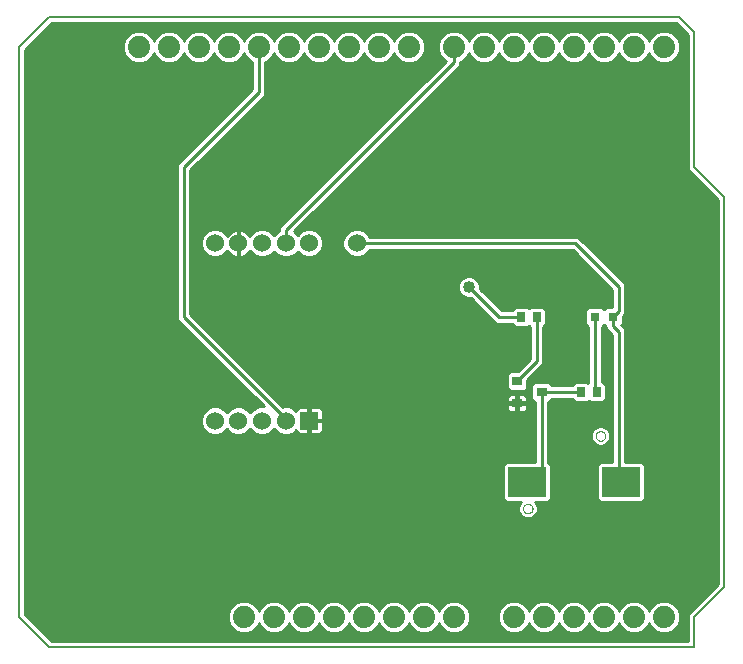
<source format=gtl>
G75*
%MOIN*%
%OFA0B0*%
%FSLAX25Y25*%
%IPPOS*%
%LPD*%
%AMOC8*
5,1,8,0,0,1.08239X$1,22.5*
%
%ADD10C,0.00800*%
%ADD11C,0.07400*%
%ADD12R,0.03150X0.03150*%
%ADD13R,0.03543X0.03150*%
%ADD14R,0.02756X0.03543*%
%ADD15R,0.12598X0.09843*%
%ADD16C,0.00000*%
%ADD17R,0.06000X0.06000*%
%ADD18C,0.06000*%
%ADD19C,0.01000*%
%ADD20C,0.04000*%
D10*
X0483333Y0011500D02*
X0483333Y0201500D01*
X0493333Y0211500D01*
X0703333Y0211500D01*
X0708333Y0206500D01*
X0708333Y0161500D01*
X0718333Y0151500D01*
X0718333Y0021500D01*
X0708333Y0011500D01*
X0708333Y0001500D01*
X0493333Y0001500D01*
X0483333Y0011500D01*
D11*
X0558333Y0011500D03*
X0568333Y0011500D03*
X0578333Y0011500D03*
X0588333Y0011500D03*
X0598333Y0011500D03*
X0608333Y0011500D03*
X0618333Y0011500D03*
X0628333Y0011500D03*
X0648333Y0011500D03*
X0658333Y0011500D03*
X0668333Y0011500D03*
X0678333Y0011500D03*
X0688333Y0011500D03*
X0698333Y0011500D03*
X0698333Y0201500D03*
X0688333Y0201500D03*
X0678333Y0201500D03*
X0668333Y0201500D03*
X0658333Y0201500D03*
X0648333Y0201500D03*
X0638333Y0201500D03*
X0628333Y0201500D03*
X0613333Y0201500D03*
X0603333Y0201500D03*
X0593333Y0201500D03*
X0583333Y0201500D03*
X0573333Y0201500D03*
X0563333Y0201500D03*
X0553333Y0201500D03*
X0543333Y0201500D03*
X0533333Y0201500D03*
X0523333Y0201500D03*
D12*
X0675381Y0111500D03*
X0681286Y0111500D03*
D13*
X0649396Y0090240D03*
X0657664Y0086500D03*
X0649396Y0082760D03*
D14*
X0670774Y0086500D03*
X0675892Y0086500D03*
X0655892Y0111500D03*
X0650774Y0111500D03*
D15*
X0652585Y0056500D03*
X0684081Y0056500D03*
D16*
X0675617Y0071854D02*
X0675619Y0071933D01*
X0675625Y0072012D01*
X0675635Y0072091D01*
X0675649Y0072169D01*
X0675666Y0072246D01*
X0675688Y0072322D01*
X0675713Y0072397D01*
X0675743Y0072470D01*
X0675775Y0072542D01*
X0675812Y0072613D01*
X0675852Y0072681D01*
X0675895Y0072747D01*
X0675941Y0072811D01*
X0675991Y0072873D01*
X0676044Y0072932D01*
X0676099Y0072988D01*
X0676158Y0073042D01*
X0676219Y0073092D01*
X0676282Y0073140D01*
X0676348Y0073184D01*
X0676416Y0073225D01*
X0676486Y0073262D01*
X0676557Y0073296D01*
X0676631Y0073326D01*
X0676705Y0073352D01*
X0676781Y0073374D01*
X0676858Y0073393D01*
X0676936Y0073408D01*
X0677014Y0073419D01*
X0677093Y0073426D01*
X0677172Y0073429D01*
X0677251Y0073428D01*
X0677330Y0073423D01*
X0677409Y0073414D01*
X0677487Y0073401D01*
X0677564Y0073384D01*
X0677641Y0073364D01*
X0677716Y0073339D01*
X0677790Y0073311D01*
X0677863Y0073279D01*
X0677933Y0073244D01*
X0678002Y0073205D01*
X0678069Y0073162D01*
X0678134Y0073116D01*
X0678196Y0073068D01*
X0678256Y0073016D01*
X0678313Y0072961D01*
X0678367Y0072903D01*
X0678418Y0072843D01*
X0678466Y0072780D01*
X0678511Y0072715D01*
X0678553Y0072647D01*
X0678591Y0072578D01*
X0678625Y0072507D01*
X0678656Y0072434D01*
X0678684Y0072359D01*
X0678707Y0072284D01*
X0678727Y0072207D01*
X0678743Y0072130D01*
X0678755Y0072051D01*
X0678763Y0071973D01*
X0678767Y0071894D01*
X0678767Y0071814D01*
X0678763Y0071735D01*
X0678755Y0071657D01*
X0678743Y0071578D01*
X0678727Y0071501D01*
X0678707Y0071424D01*
X0678684Y0071349D01*
X0678656Y0071274D01*
X0678625Y0071201D01*
X0678591Y0071130D01*
X0678553Y0071061D01*
X0678511Y0070993D01*
X0678466Y0070928D01*
X0678418Y0070865D01*
X0678367Y0070805D01*
X0678313Y0070747D01*
X0678256Y0070692D01*
X0678196Y0070640D01*
X0678134Y0070592D01*
X0678069Y0070546D01*
X0678002Y0070503D01*
X0677933Y0070464D01*
X0677863Y0070429D01*
X0677790Y0070397D01*
X0677716Y0070369D01*
X0677641Y0070344D01*
X0677564Y0070324D01*
X0677487Y0070307D01*
X0677409Y0070294D01*
X0677330Y0070285D01*
X0677251Y0070280D01*
X0677172Y0070279D01*
X0677093Y0070282D01*
X0677014Y0070289D01*
X0676936Y0070300D01*
X0676858Y0070315D01*
X0676781Y0070334D01*
X0676705Y0070356D01*
X0676631Y0070382D01*
X0676557Y0070412D01*
X0676486Y0070446D01*
X0676416Y0070483D01*
X0676348Y0070524D01*
X0676282Y0070568D01*
X0676219Y0070616D01*
X0676158Y0070666D01*
X0676099Y0070720D01*
X0676044Y0070776D01*
X0675991Y0070835D01*
X0675941Y0070897D01*
X0675895Y0070961D01*
X0675852Y0071027D01*
X0675812Y0071095D01*
X0675775Y0071166D01*
X0675743Y0071238D01*
X0675713Y0071311D01*
X0675688Y0071386D01*
X0675666Y0071462D01*
X0675649Y0071539D01*
X0675635Y0071617D01*
X0675625Y0071696D01*
X0675619Y0071775D01*
X0675617Y0071854D01*
X0651404Y0047642D02*
X0651406Y0047721D01*
X0651412Y0047800D01*
X0651422Y0047879D01*
X0651436Y0047957D01*
X0651453Y0048034D01*
X0651475Y0048110D01*
X0651500Y0048185D01*
X0651530Y0048258D01*
X0651562Y0048330D01*
X0651599Y0048401D01*
X0651639Y0048469D01*
X0651682Y0048535D01*
X0651728Y0048599D01*
X0651778Y0048661D01*
X0651831Y0048720D01*
X0651886Y0048776D01*
X0651945Y0048830D01*
X0652006Y0048880D01*
X0652069Y0048928D01*
X0652135Y0048972D01*
X0652203Y0049013D01*
X0652273Y0049050D01*
X0652344Y0049084D01*
X0652418Y0049114D01*
X0652492Y0049140D01*
X0652568Y0049162D01*
X0652645Y0049181D01*
X0652723Y0049196D01*
X0652801Y0049207D01*
X0652880Y0049214D01*
X0652959Y0049217D01*
X0653038Y0049216D01*
X0653117Y0049211D01*
X0653196Y0049202D01*
X0653274Y0049189D01*
X0653351Y0049172D01*
X0653428Y0049152D01*
X0653503Y0049127D01*
X0653577Y0049099D01*
X0653650Y0049067D01*
X0653720Y0049032D01*
X0653789Y0048993D01*
X0653856Y0048950D01*
X0653921Y0048904D01*
X0653983Y0048856D01*
X0654043Y0048804D01*
X0654100Y0048749D01*
X0654154Y0048691D01*
X0654205Y0048631D01*
X0654253Y0048568D01*
X0654298Y0048503D01*
X0654340Y0048435D01*
X0654378Y0048366D01*
X0654412Y0048295D01*
X0654443Y0048222D01*
X0654471Y0048147D01*
X0654494Y0048072D01*
X0654514Y0047995D01*
X0654530Y0047918D01*
X0654542Y0047839D01*
X0654550Y0047761D01*
X0654554Y0047682D01*
X0654554Y0047602D01*
X0654550Y0047523D01*
X0654542Y0047445D01*
X0654530Y0047366D01*
X0654514Y0047289D01*
X0654494Y0047212D01*
X0654471Y0047137D01*
X0654443Y0047062D01*
X0654412Y0046989D01*
X0654378Y0046918D01*
X0654340Y0046849D01*
X0654298Y0046781D01*
X0654253Y0046716D01*
X0654205Y0046653D01*
X0654154Y0046593D01*
X0654100Y0046535D01*
X0654043Y0046480D01*
X0653983Y0046428D01*
X0653921Y0046380D01*
X0653856Y0046334D01*
X0653789Y0046291D01*
X0653720Y0046252D01*
X0653650Y0046217D01*
X0653577Y0046185D01*
X0653503Y0046157D01*
X0653428Y0046132D01*
X0653351Y0046112D01*
X0653274Y0046095D01*
X0653196Y0046082D01*
X0653117Y0046073D01*
X0653038Y0046068D01*
X0652959Y0046067D01*
X0652880Y0046070D01*
X0652801Y0046077D01*
X0652723Y0046088D01*
X0652645Y0046103D01*
X0652568Y0046122D01*
X0652492Y0046144D01*
X0652418Y0046170D01*
X0652344Y0046200D01*
X0652273Y0046234D01*
X0652203Y0046271D01*
X0652135Y0046312D01*
X0652069Y0046356D01*
X0652006Y0046404D01*
X0651945Y0046454D01*
X0651886Y0046508D01*
X0651831Y0046564D01*
X0651778Y0046623D01*
X0651728Y0046685D01*
X0651682Y0046749D01*
X0651639Y0046815D01*
X0651599Y0046883D01*
X0651562Y0046954D01*
X0651530Y0047026D01*
X0651500Y0047099D01*
X0651475Y0047174D01*
X0651453Y0047250D01*
X0651436Y0047327D01*
X0651422Y0047405D01*
X0651412Y0047484D01*
X0651406Y0047563D01*
X0651404Y0047642D01*
D17*
X0580144Y0076972D03*
D18*
X0572270Y0076972D03*
X0564396Y0076972D03*
X0556522Y0076972D03*
X0548648Y0076972D03*
X0548648Y0136028D03*
X0556522Y0136028D03*
X0564396Y0136028D03*
X0572270Y0136028D03*
X0580144Y0136028D03*
X0595892Y0136028D03*
D19*
X0668806Y0136028D01*
X0683333Y0121500D01*
X0683333Y0113547D01*
X0681286Y0111500D01*
X0681286Y0108547D01*
X0683333Y0106500D01*
X0683333Y0057248D01*
X0684081Y0056500D01*
X0685533Y0063121D02*
X0685533Y0107411D01*
X0684245Y0108700D01*
X0684142Y0108802D01*
X0684561Y0109221D01*
X0684561Y0111664D01*
X0685533Y0112636D01*
X0685533Y0122411D01*
X0684245Y0123700D01*
X0669717Y0138228D01*
X0600068Y0138228D01*
X0599877Y0138690D01*
X0598555Y0140012D01*
X0596827Y0140728D01*
X0594957Y0140728D01*
X0593230Y0140012D01*
X0591908Y0138690D01*
X0591192Y0136962D01*
X0591192Y0135093D01*
X0591908Y0133365D01*
X0593230Y0132043D01*
X0594957Y0131328D01*
X0596827Y0131328D01*
X0598555Y0132043D01*
X0599877Y0133365D01*
X0600068Y0133828D01*
X0667894Y0133828D01*
X0681133Y0120589D01*
X0681133Y0114775D01*
X0679007Y0114775D01*
X0678333Y0114101D01*
X0677660Y0114775D01*
X0673102Y0114775D01*
X0672106Y0113779D01*
X0672106Y0109221D01*
X0673102Y0108225D01*
X0673181Y0108225D01*
X0673181Y0089647D01*
X0672856Y0089972D01*
X0668692Y0089972D01*
X0667696Y0088976D01*
X0667696Y0088700D01*
X0661136Y0088700D01*
X0661136Y0088779D01*
X0660140Y0089775D01*
X0655188Y0089775D01*
X0654192Y0088779D01*
X0654192Y0084221D01*
X0655188Y0083225D01*
X0655464Y0083225D01*
X0655464Y0063121D01*
X0645582Y0063121D01*
X0644586Y0062125D01*
X0644586Y0050875D01*
X0645582Y0049879D01*
X0650585Y0049879D01*
X0650203Y0049497D01*
X0649704Y0048293D01*
X0649704Y0046990D01*
X0650203Y0045787D01*
X0651124Y0044865D01*
X0652328Y0044367D01*
X0653630Y0044367D01*
X0654834Y0044865D01*
X0655755Y0045787D01*
X0656254Y0046990D01*
X0656254Y0048293D01*
X0655755Y0049497D01*
X0655373Y0049879D01*
X0659589Y0049879D01*
X0660584Y0050875D01*
X0660584Y0062125D01*
X0659864Y0062846D01*
X0659864Y0083225D01*
X0660140Y0083225D01*
X0661136Y0084221D01*
X0661136Y0084300D01*
X0667696Y0084300D01*
X0667696Y0084024D01*
X0668692Y0083028D01*
X0672856Y0083028D01*
X0673333Y0083505D01*
X0673810Y0083028D01*
X0677974Y0083028D01*
X0678970Y0084024D01*
X0678970Y0088976D01*
X0677974Y0089972D01*
X0677581Y0089972D01*
X0677581Y0108225D01*
X0677660Y0108225D01*
X0678333Y0108899D01*
X0679007Y0108225D01*
X0679086Y0108225D01*
X0679086Y0107636D01*
X0681133Y0105589D01*
X0681133Y0063121D01*
X0677078Y0063121D01*
X0676082Y0062125D01*
X0676082Y0050875D01*
X0677078Y0049879D01*
X0691085Y0049879D01*
X0692081Y0050875D01*
X0692081Y0062125D01*
X0691085Y0063121D01*
X0685533Y0063121D01*
X0685533Y0063251D02*
X0716233Y0063251D01*
X0716233Y0062253D02*
X0691953Y0062253D01*
X0692081Y0061254D02*
X0716233Y0061254D01*
X0716233Y0060256D02*
X0692081Y0060256D01*
X0692081Y0059257D02*
X0716233Y0059257D01*
X0716233Y0058259D02*
X0692081Y0058259D01*
X0692081Y0057260D02*
X0716233Y0057260D01*
X0716233Y0056262D02*
X0692081Y0056262D01*
X0692081Y0055263D02*
X0716233Y0055263D01*
X0716233Y0054265D02*
X0692081Y0054265D01*
X0692081Y0053266D02*
X0716233Y0053266D01*
X0716233Y0052268D02*
X0692081Y0052268D01*
X0692081Y0051269D02*
X0716233Y0051269D01*
X0716233Y0050271D02*
X0691477Y0050271D01*
X0676686Y0050271D02*
X0659981Y0050271D01*
X0660584Y0051269D02*
X0676082Y0051269D01*
X0676082Y0052268D02*
X0660584Y0052268D01*
X0660584Y0053266D02*
X0676082Y0053266D01*
X0676082Y0054265D02*
X0660584Y0054265D01*
X0660584Y0055263D02*
X0676082Y0055263D01*
X0676082Y0056262D02*
X0660584Y0056262D01*
X0660584Y0057260D02*
X0676082Y0057260D01*
X0676082Y0058259D02*
X0660584Y0058259D01*
X0660584Y0059257D02*
X0676082Y0059257D01*
X0676082Y0060256D02*
X0660584Y0060256D01*
X0660584Y0061254D02*
X0676082Y0061254D01*
X0676210Y0062253D02*
X0660457Y0062253D01*
X0659864Y0063251D02*
X0681133Y0063251D01*
X0681133Y0064250D02*
X0659864Y0064250D01*
X0659864Y0065248D02*
X0681133Y0065248D01*
X0681133Y0066247D02*
X0659864Y0066247D01*
X0659864Y0067245D02*
X0681133Y0067245D01*
X0681133Y0068244D02*
X0659864Y0068244D01*
X0659864Y0069242D02*
X0675172Y0069242D01*
X0675337Y0069078D02*
X0676540Y0068580D01*
X0677843Y0068580D01*
X0679047Y0069078D01*
X0679968Y0069999D01*
X0680466Y0071203D01*
X0680466Y0072506D01*
X0679968Y0073709D01*
X0679047Y0074631D01*
X0677843Y0075129D01*
X0676540Y0075129D01*
X0675337Y0074631D01*
X0674415Y0073709D01*
X0673917Y0072506D01*
X0673917Y0071203D01*
X0674415Y0069999D01*
X0675337Y0069078D01*
X0674315Y0070241D02*
X0659864Y0070241D01*
X0659864Y0071239D02*
X0673917Y0071239D01*
X0673917Y0072238D02*
X0659864Y0072238D01*
X0659864Y0073237D02*
X0674220Y0073237D01*
X0674941Y0074235D02*
X0659864Y0074235D01*
X0659864Y0075234D02*
X0681133Y0075234D01*
X0681133Y0076232D02*
X0659864Y0076232D01*
X0659864Y0077231D02*
X0681133Y0077231D01*
X0681133Y0078229D02*
X0659864Y0078229D01*
X0659864Y0079228D02*
X0681133Y0079228D01*
X0681133Y0080226D02*
X0659864Y0080226D01*
X0659864Y0081225D02*
X0681133Y0081225D01*
X0681133Y0082223D02*
X0659864Y0082223D01*
X0659864Y0083222D02*
X0668499Y0083222D01*
X0667696Y0084220D02*
X0661135Y0084220D01*
X0657664Y0086500D02*
X0657664Y0061579D01*
X0652585Y0056500D01*
X0655464Y0063251D02*
X0485433Y0063251D01*
X0485433Y0062253D02*
X0644714Y0062253D01*
X0644586Y0061254D02*
X0485433Y0061254D01*
X0485433Y0060256D02*
X0644586Y0060256D01*
X0644586Y0059257D02*
X0485433Y0059257D01*
X0485433Y0058259D02*
X0644586Y0058259D01*
X0644586Y0057260D02*
X0485433Y0057260D01*
X0485433Y0056262D02*
X0644586Y0056262D01*
X0644586Y0055263D02*
X0485433Y0055263D01*
X0485433Y0054265D02*
X0644586Y0054265D01*
X0644586Y0053266D02*
X0485433Y0053266D01*
X0485433Y0052268D02*
X0644586Y0052268D01*
X0644586Y0051269D02*
X0485433Y0051269D01*
X0485433Y0050271D02*
X0645190Y0050271D01*
X0649704Y0048274D02*
X0485433Y0048274D01*
X0485433Y0049272D02*
X0650110Y0049272D01*
X0649704Y0047275D02*
X0485433Y0047275D01*
X0485433Y0046277D02*
X0650000Y0046277D01*
X0650711Y0045278D02*
X0485433Y0045278D01*
X0485433Y0044280D02*
X0716233Y0044280D01*
X0716233Y0045278D02*
X0655247Y0045278D01*
X0655958Y0046277D02*
X0716233Y0046277D01*
X0716233Y0047275D02*
X0656254Y0047275D01*
X0656254Y0048274D02*
X0716233Y0048274D01*
X0716233Y0049272D02*
X0655848Y0049272D01*
X0655464Y0064250D02*
X0485433Y0064250D01*
X0485433Y0065248D02*
X0655464Y0065248D01*
X0655464Y0066247D02*
X0485433Y0066247D01*
X0485433Y0067245D02*
X0655464Y0067245D01*
X0655464Y0068244D02*
X0485433Y0068244D01*
X0485433Y0069242D02*
X0655464Y0069242D01*
X0655464Y0070241D02*
X0485433Y0070241D01*
X0485433Y0071239D02*
X0655464Y0071239D01*
X0655464Y0072238D02*
X0485433Y0072238D01*
X0485433Y0073237D02*
X0545737Y0073237D01*
X0545986Y0072988D02*
X0547713Y0072272D01*
X0549583Y0072272D01*
X0551311Y0072988D01*
X0552585Y0074263D01*
X0553860Y0072988D01*
X0555587Y0072272D01*
X0557457Y0072272D01*
X0559185Y0072988D01*
X0560459Y0074263D01*
X0561734Y0072988D01*
X0563461Y0072272D01*
X0565331Y0072272D01*
X0567059Y0072988D01*
X0568333Y0074263D01*
X0569608Y0072988D01*
X0571335Y0072272D01*
X0573205Y0072272D01*
X0574933Y0072988D01*
X0575660Y0073716D01*
X0575747Y0073393D01*
X0575944Y0073051D01*
X0576223Y0072772D01*
X0576565Y0072575D01*
X0576947Y0072472D01*
X0579857Y0072472D01*
X0579857Y0076685D01*
X0580432Y0076685D01*
X0580432Y0077260D01*
X0584644Y0077260D01*
X0584644Y0080170D01*
X0584542Y0080551D01*
X0584345Y0080893D01*
X0584065Y0081173D01*
X0583723Y0081370D01*
X0583342Y0081472D01*
X0580432Y0081472D01*
X0580432Y0077260D01*
X0579857Y0077260D01*
X0579857Y0081472D01*
X0576947Y0081472D01*
X0576565Y0081370D01*
X0576223Y0081173D01*
X0575944Y0080893D01*
X0575747Y0080551D01*
X0575660Y0080229D01*
X0574933Y0080957D01*
X0573205Y0081672D01*
X0571335Y0081672D01*
X0571291Y0081654D01*
X0540533Y0112411D01*
X0540533Y0160589D01*
X0564245Y0184300D01*
X0565533Y0185589D01*
X0565533Y0196566D01*
X0566392Y0196922D01*
X0567911Y0198441D01*
X0568333Y0199460D01*
X0568755Y0198441D01*
X0570274Y0196922D01*
X0572259Y0196100D01*
X0574407Y0196100D01*
X0576392Y0196922D01*
X0577911Y0198441D01*
X0578333Y0199460D01*
X0578755Y0198441D01*
X0580274Y0196922D01*
X0582259Y0196100D01*
X0584407Y0196100D01*
X0586392Y0196922D01*
X0587911Y0198441D01*
X0588333Y0199460D01*
X0588755Y0198441D01*
X0590274Y0196922D01*
X0592259Y0196100D01*
X0594407Y0196100D01*
X0596392Y0196922D01*
X0597911Y0198441D01*
X0598333Y0199460D01*
X0598755Y0198441D01*
X0600274Y0196922D01*
X0602259Y0196100D01*
X0604407Y0196100D01*
X0606392Y0196922D01*
X0607911Y0198441D01*
X0608333Y0199460D01*
X0608755Y0198441D01*
X0610274Y0196922D01*
X0612259Y0196100D01*
X0614407Y0196100D01*
X0616392Y0196922D01*
X0617911Y0198441D01*
X0618733Y0200426D01*
X0618733Y0202574D01*
X0617911Y0204559D01*
X0616392Y0206078D01*
X0614407Y0206900D01*
X0612259Y0206900D01*
X0610274Y0206078D01*
X0608755Y0204559D01*
X0608333Y0203540D01*
X0607911Y0204559D01*
X0606392Y0206078D01*
X0604407Y0206900D01*
X0602259Y0206900D01*
X0600274Y0206078D01*
X0598755Y0204559D01*
X0598333Y0203540D01*
X0597911Y0204559D01*
X0596392Y0206078D01*
X0594407Y0206900D01*
X0592259Y0206900D01*
X0590274Y0206078D01*
X0588755Y0204559D01*
X0588333Y0203540D01*
X0587911Y0204559D01*
X0586392Y0206078D01*
X0584407Y0206900D01*
X0582259Y0206900D01*
X0580274Y0206078D01*
X0578755Y0204559D01*
X0578333Y0203540D01*
X0577911Y0204559D01*
X0576392Y0206078D01*
X0574407Y0206900D01*
X0572259Y0206900D01*
X0570274Y0206078D01*
X0568755Y0204559D01*
X0568333Y0203540D01*
X0567911Y0204559D01*
X0566392Y0206078D01*
X0564407Y0206900D01*
X0562259Y0206900D01*
X0560274Y0206078D01*
X0558755Y0204559D01*
X0558333Y0203540D01*
X0557911Y0204559D01*
X0556392Y0206078D01*
X0554407Y0206900D01*
X0552259Y0206900D01*
X0550274Y0206078D01*
X0548755Y0204559D01*
X0548333Y0203540D01*
X0547911Y0204559D01*
X0546392Y0206078D01*
X0544407Y0206900D01*
X0542259Y0206900D01*
X0540274Y0206078D01*
X0538755Y0204559D01*
X0538333Y0203540D01*
X0537911Y0204559D01*
X0536392Y0206078D01*
X0534407Y0206900D01*
X0532259Y0206900D01*
X0530274Y0206078D01*
X0528755Y0204559D01*
X0528333Y0203540D01*
X0527911Y0204559D01*
X0526392Y0206078D01*
X0524407Y0206900D01*
X0522259Y0206900D01*
X0520274Y0206078D01*
X0518755Y0204559D01*
X0517933Y0202574D01*
X0517933Y0200426D01*
X0518755Y0198441D01*
X0520274Y0196922D01*
X0522259Y0196100D01*
X0524407Y0196100D01*
X0526392Y0196922D01*
X0527911Y0198441D01*
X0528333Y0199460D01*
X0528755Y0198441D01*
X0530274Y0196922D01*
X0532259Y0196100D01*
X0534407Y0196100D01*
X0536392Y0196922D01*
X0537911Y0198441D01*
X0538333Y0199460D01*
X0538755Y0198441D01*
X0540274Y0196922D01*
X0542259Y0196100D01*
X0544407Y0196100D01*
X0546392Y0196922D01*
X0547911Y0198441D01*
X0548333Y0199460D01*
X0548755Y0198441D01*
X0550274Y0196922D01*
X0552259Y0196100D01*
X0554407Y0196100D01*
X0556392Y0196922D01*
X0557911Y0198441D01*
X0558333Y0199460D01*
X0558755Y0198441D01*
X0560274Y0196922D01*
X0561133Y0196566D01*
X0561133Y0187411D01*
X0536133Y0162411D01*
X0536133Y0110589D01*
X0537422Y0109300D01*
X0565050Y0081672D01*
X0563461Y0081672D01*
X0561734Y0080957D01*
X0560459Y0079682D01*
X0559185Y0080957D01*
X0557457Y0081672D01*
X0555587Y0081672D01*
X0553860Y0080957D01*
X0552585Y0079682D01*
X0551311Y0080957D01*
X0549583Y0081672D01*
X0547713Y0081672D01*
X0545986Y0080957D01*
X0544664Y0079635D01*
X0543948Y0077907D01*
X0543948Y0076038D01*
X0544664Y0074310D01*
X0545986Y0072988D01*
X0544739Y0074235D02*
X0485433Y0074235D01*
X0485433Y0075234D02*
X0544281Y0075234D01*
X0543948Y0076232D02*
X0485433Y0076232D01*
X0485433Y0077231D02*
X0543948Y0077231D01*
X0544082Y0078229D02*
X0485433Y0078229D01*
X0485433Y0079228D02*
X0544495Y0079228D01*
X0545255Y0080226D02*
X0485433Y0080226D01*
X0485433Y0081225D02*
X0546632Y0081225D01*
X0550664Y0081225D02*
X0554506Y0081225D01*
X0553129Y0080226D02*
X0552041Y0080226D01*
X0558538Y0081225D02*
X0562380Y0081225D01*
X0561003Y0080226D02*
X0559915Y0080226D01*
X0563500Y0083222D02*
X0485433Y0083222D01*
X0485433Y0084220D02*
X0562502Y0084220D01*
X0561503Y0085219D02*
X0485433Y0085219D01*
X0485433Y0086217D02*
X0560505Y0086217D01*
X0559506Y0087216D02*
X0485433Y0087216D01*
X0485433Y0088214D02*
X0558508Y0088214D01*
X0557509Y0089213D02*
X0485433Y0089213D01*
X0485433Y0090211D02*
X0556511Y0090211D01*
X0555512Y0091210D02*
X0485433Y0091210D01*
X0485433Y0092208D02*
X0554514Y0092208D01*
X0553515Y0093207D02*
X0485433Y0093207D01*
X0485433Y0094205D02*
X0552517Y0094205D01*
X0551518Y0095204D02*
X0485433Y0095204D01*
X0485433Y0096202D02*
X0550520Y0096202D01*
X0549521Y0097201D02*
X0485433Y0097201D01*
X0485433Y0098199D02*
X0548523Y0098199D01*
X0547524Y0099198D02*
X0485433Y0099198D01*
X0485433Y0100196D02*
X0546526Y0100196D01*
X0545527Y0101195D02*
X0485433Y0101195D01*
X0485433Y0102193D02*
X0544529Y0102193D01*
X0543530Y0103192D02*
X0485433Y0103192D01*
X0485433Y0104190D02*
X0542532Y0104190D01*
X0541533Y0105189D02*
X0485433Y0105189D01*
X0485433Y0106187D02*
X0540535Y0106187D01*
X0539536Y0107186D02*
X0485433Y0107186D01*
X0485433Y0108184D02*
X0538538Y0108184D01*
X0537539Y0109183D02*
X0485433Y0109183D01*
X0485433Y0110181D02*
X0536541Y0110181D01*
X0536133Y0111180D02*
X0485433Y0111180D01*
X0485433Y0112178D02*
X0536133Y0112178D01*
X0536133Y0113177D02*
X0485433Y0113177D01*
X0485433Y0114175D02*
X0536133Y0114175D01*
X0536133Y0115174D02*
X0485433Y0115174D01*
X0485433Y0116172D02*
X0536133Y0116172D01*
X0536133Y0117171D02*
X0485433Y0117171D01*
X0485433Y0118170D02*
X0536133Y0118170D01*
X0536133Y0119168D02*
X0485433Y0119168D01*
X0485433Y0120167D02*
X0536133Y0120167D01*
X0536133Y0121165D02*
X0485433Y0121165D01*
X0485433Y0122164D02*
X0536133Y0122164D01*
X0536133Y0123162D02*
X0485433Y0123162D01*
X0485433Y0124161D02*
X0536133Y0124161D01*
X0536133Y0125159D02*
X0485433Y0125159D01*
X0485433Y0126158D02*
X0536133Y0126158D01*
X0536133Y0127156D02*
X0485433Y0127156D01*
X0485433Y0128155D02*
X0536133Y0128155D01*
X0536133Y0129153D02*
X0485433Y0129153D01*
X0485433Y0130152D02*
X0536133Y0130152D01*
X0536133Y0131150D02*
X0485433Y0131150D01*
X0485433Y0132149D02*
X0536133Y0132149D01*
X0536133Y0133147D02*
X0485433Y0133147D01*
X0485433Y0134146D02*
X0536133Y0134146D01*
X0536133Y0135144D02*
X0485433Y0135144D01*
X0485433Y0136143D02*
X0536133Y0136143D01*
X0536133Y0137141D02*
X0485433Y0137141D01*
X0485433Y0138140D02*
X0536133Y0138140D01*
X0536133Y0139138D02*
X0485433Y0139138D01*
X0485433Y0140137D02*
X0536133Y0140137D01*
X0536133Y0141135D02*
X0485433Y0141135D01*
X0485433Y0142134D02*
X0536133Y0142134D01*
X0536133Y0143132D02*
X0485433Y0143132D01*
X0485433Y0144131D02*
X0536133Y0144131D01*
X0536133Y0145129D02*
X0485433Y0145129D01*
X0485433Y0146128D02*
X0536133Y0146128D01*
X0536133Y0147126D02*
X0485433Y0147126D01*
X0485433Y0148125D02*
X0536133Y0148125D01*
X0536133Y0149123D02*
X0485433Y0149123D01*
X0485433Y0150122D02*
X0536133Y0150122D01*
X0536133Y0151120D02*
X0485433Y0151120D01*
X0485433Y0152119D02*
X0536133Y0152119D01*
X0536133Y0153117D02*
X0485433Y0153117D01*
X0485433Y0154116D02*
X0536133Y0154116D01*
X0536133Y0155114D02*
X0485433Y0155114D01*
X0485433Y0156113D02*
X0536133Y0156113D01*
X0536133Y0157111D02*
X0485433Y0157111D01*
X0485433Y0158110D02*
X0536133Y0158110D01*
X0536133Y0159108D02*
X0485433Y0159108D01*
X0485433Y0160107D02*
X0536133Y0160107D01*
X0536133Y0161105D02*
X0485433Y0161105D01*
X0485433Y0162104D02*
X0536133Y0162104D01*
X0536825Y0163103D02*
X0485433Y0163103D01*
X0485433Y0164101D02*
X0537823Y0164101D01*
X0538822Y0165100D02*
X0485433Y0165100D01*
X0485433Y0166098D02*
X0539820Y0166098D01*
X0540819Y0167097D02*
X0485433Y0167097D01*
X0485433Y0168095D02*
X0541817Y0168095D01*
X0542816Y0169094D02*
X0485433Y0169094D01*
X0485433Y0170092D02*
X0543814Y0170092D01*
X0544813Y0171091D02*
X0485433Y0171091D01*
X0485433Y0172089D02*
X0545811Y0172089D01*
X0546810Y0173088D02*
X0485433Y0173088D01*
X0485433Y0174086D02*
X0547808Y0174086D01*
X0548807Y0175085D02*
X0485433Y0175085D01*
X0485433Y0176083D02*
X0549805Y0176083D01*
X0550804Y0177082D02*
X0485433Y0177082D01*
X0485433Y0178080D02*
X0551802Y0178080D01*
X0552801Y0179079D02*
X0485433Y0179079D01*
X0485433Y0180077D02*
X0553799Y0180077D01*
X0554798Y0181076D02*
X0485433Y0181076D01*
X0485433Y0182074D02*
X0555796Y0182074D01*
X0556795Y0183073D02*
X0485433Y0183073D01*
X0485433Y0184071D02*
X0557793Y0184071D01*
X0558792Y0185070D02*
X0485433Y0185070D01*
X0485433Y0186068D02*
X0559790Y0186068D01*
X0560789Y0187067D02*
X0485433Y0187067D01*
X0485433Y0188065D02*
X0561133Y0188065D01*
X0561133Y0189064D02*
X0485433Y0189064D01*
X0485433Y0190062D02*
X0561133Y0190062D01*
X0561133Y0191061D02*
X0485433Y0191061D01*
X0485433Y0192059D02*
X0561133Y0192059D01*
X0561133Y0193058D02*
X0485433Y0193058D01*
X0485433Y0194056D02*
X0561133Y0194056D01*
X0561133Y0195055D02*
X0485433Y0195055D01*
X0485433Y0196053D02*
X0561133Y0196053D01*
X0560145Y0197052D02*
X0556522Y0197052D01*
X0557520Y0198050D02*
X0559146Y0198050D01*
X0558504Y0199049D02*
X0558163Y0199049D01*
X0558126Y0204041D02*
X0558541Y0204041D01*
X0559237Y0205040D02*
X0557430Y0205040D01*
X0556432Y0206039D02*
X0560235Y0206039D01*
X0563333Y0201500D02*
X0563333Y0186500D01*
X0538333Y0161500D01*
X0538333Y0111500D01*
X0572270Y0077563D01*
X0572270Y0076972D01*
X0574286Y0081225D02*
X0576313Y0081225D01*
X0579857Y0081225D02*
X0580432Y0081225D01*
X0580432Y0080226D02*
X0579857Y0080226D01*
X0579857Y0079228D02*
X0580432Y0079228D01*
X0580432Y0078229D02*
X0579857Y0078229D01*
X0580432Y0077231D02*
X0655464Y0077231D01*
X0655464Y0078229D02*
X0584644Y0078229D01*
X0584644Y0079228D02*
X0655464Y0079228D01*
X0655464Y0080226D02*
X0652330Y0080226D01*
X0652368Y0080264D02*
X0652566Y0080606D01*
X0652668Y0080988D01*
X0652668Y0082472D01*
X0649684Y0082472D01*
X0649684Y0079685D01*
X0651365Y0079685D01*
X0651747Y0079787D01*
X0652089Y0079985D01*
X0652368Y0080264D01*
X0652668Y0081225D02*
X0655464Y0081225D01*
X0655464Y0082223D02*
X0652668Y0082223D01*
X0652668Y0083047D02*
X0652668Y0084532D01*
X0652566Y0084914D01*
X0652368Y0085256D01*
X0652089Y0085535D01*
X0651747Y0085732D01*
X0651365Y0085835D01*
X0649684Y0085835D01*
X0649684Y0083047D01*
X0652668Y0083047D01*
X0652668Y0083222D02*
X0655464Y0083222D01*
X0654193Y0084220D02*
X0652668Y0084220D01*
X0652390Y0085219D02*
X0654192Y0085219D01*
X0654192Y0086217D02*
X0566727Y0086217D01*
X0565729Y0087216D02*
X0646670Y0087216D01*
X0646920Y0086965D02*
X0645925Y0087961D01*
X0645925Y0092519D01*
X0646920Y0093515D01*
X0649560Y0093515D01*
X0653692Y0097647D01*
X0653692Y0108146D01*
X0653333Y0108505D01*
X0652856Y0108028D01*
X0648692Y0108028D01*
X0647696Y0109024D01*
X0647696Y0109300D01*
X0642422Y0109300D01*
X0633922Y0117800D01*
X0632597Y0117800D01*
X0631237Y0118363D01*
X0630197Y0119404D01*
X0629633Y0120764D01*
X0629633Y0122236D01*
X0630197Y0123596D01*
X0631237Y0124637D01*
X0632597Y0125200D01*
X0634069Y0125200D01*
X0635429Y0124637D01*
X0636470Y0123596D01*
X0637033Y0122236D01*
X0637033Y0120911D01*
X0644245Y0113700D01*
X0647696Y0113700D01*
X0647696Y0113976D01*
X0648692Y0114972D01*
X0652856Y0114972D01*
X0653333Y0114495D01*
X0653810Y0114972D01*
X0657974Y0114972D01*
X0658970Y0113976D01*
X0658970Y0109024D01*
X0658092Y0108146D01*
X0658092Y0095825D01*
X0652868Y0090601D01*
X0652868Y0087961D01*
X0651872Y0086965D01*
X0646920Y0086965D01*
X0647427Y0085835D02*
X0647046Y0085732D01*
X0646704Y0085535D01*
X0646424Y0085256D01*
X0646227Y0084914D01*
X0646125Y0084532D01*
X0646125Y0083047D01*
X0649109Y0083047D01*
X0649109Y0082472D01*
X0649684Y0082472D01*
X0649684Y0083047D01*
X0649109Y0083047D01*
X0649109Y0085835D01*
X0647427Y0085835D01*
X0646403Y0085219D02*
X0567726Y0085219D01*
X0568724Y0084220D02*
X0646125Y0084220D01*
X0646125Y0083222D02*
X0569723Y0083222D01*
X0570721Y0082223D02*
X0646125Y0082223D01*
X0646125Y0082472D02*
X0646125Y0080988D01*
X0646227Y0080606D01*
X0646424Y0080264D01*
X0646704Y0079985D01*
X0647046Y0079787D01*
X0647427Y0079685D01*
X0649109Y0079685D01*
X0649109Y0082472D01*
X0646125Y0082472D01*
X0646125Y0081225D02*
X0583976Y0081225D01*
X0584629Y0080226D02*
X0646462Y0080226D01*
X0649109Y0080226D02*
X0649684Y0080226D01*
X0649684Y0081225D02*
X0649109Y0081225D01*
X0649109Y0082223D02*
X0649684Y0082223D01*
X0649684Y0083222D02*
X0649109Y0083222D01*
X0649109Y0084220D02*
X0649684Y0084220D01*
X0649684Y0085219D02*
X0649109Y0085219D01*
X0652122Y0087216D02*
X0654192Y0087216D01*
X0654192Y0088214D02*
X0652868Y0088214D01*
X0652868Y0089213D02*
X0654626Y0089213D01*
X0652868Y0090211D02*
X0673181Y0090211D01*
X0673181Y0091210D02*
X0653477Y0091210D01*
X0654476Y0092208D02*
X0673181Y0092208D01*
X0673181Y0093207D02*
X0655474Y0093207D01*
X0656473Y0094205D02*
X0673181Y0094205D01*
X0673181Y0095204D02*
X0657471Y0095204D01*
X0658092Y0096202D02*
X0673181Y0096202D01*
X0673181Y0097201D02*
X0658092Y0097201D01*
X0658092Y0098199D02*
X0673181Y0098199D01*
X0673181Y0099198D02*
X0658092Y0099198D01*
X0658092Y0100196D02*
X0673181Y0100196D01*
X0673181Y0101195D02*
X0658092Y0101195D01*
X0658092Y0102193D02*
X0673181Y0102193D01*
X0673181Y0103192D02*
X0658092Y0103192D01*
X0658092Y0104190D02*
X0673181Y0104190D01*
X0673181Y0105189D02*
X0658092Y0105189D01*
X0658092Y0106187D02*
X0673181Y0106187D01*
X0673181Y0107186D02*
X0658092Y0107186D01*
X0658131Y0108184D02*
X0673181Y0108184D01*
X0672144Y0109183D02*
X0658970Y0109183D01*
X0658970Y0110181D02*
X0672106Y0110181D01*
X0672106Y0111180D02*
X0658970Y0111180D01*
X0658970Y0112178D02*
X0672106Y0112178D01*
X0672106Y0113177D02*
X0658970Y0113177D01*
X0658771Y0114175D02*
X0672502Y0114175D01*
X0675381Y0111500D02*
X0675381Y0087012D01*
X0675892Y0086500D01*
X0678970Y0086217D02*
X0681133Y0086217D01*
X0681133Y0085219D02*
X0678970Y0085219D01*
X0678970Y0084220D02*
X0681133Y0084220D01*
X0681133Y0083222D02*
X0678168Y0083222D01*
X0678970Y0087216D02*
X0681133Y0087216D01*
X0681133Y0088214D02*
X0678970Y0088214D01*
X0678733Y0089213D02*
X0681133Y0089213D01*
X0681133Y0090211D02*
X0677581Y0090211D01*
X0677581Y0091210D02*
X0681133Y0091210D01*
X0681133Y0092208D02*
X0677581Y0092208D01*
X0677581Y0093207D02*
X0681133Y0093207D01*
X0681133Y0094205D02*
X0677581Y0094205D01*
X0677581Y0095204D02*
X0681133Y0095204D01*
X0681133Y0096202D02*
X0677581Y0096202D01*
X0677581Y0097201D02*
X0681133Y0097201D01*
X0681133Y0098199D02*
X0677581Y0098199D01*
X0677581Y0099198D02*
X0681133Y0099198D01*
X0681133Y0100196D02*
X0677581Y0100196D01*
X0677581Y0101195D02*
X0681133Y0101195D01*
X0681133Y0102193D02*
X0677581Y0102193D01*
X0677581Y0103192D02*
X0681133Y0103192D01*
X0681133Y0104190D02*
X0677581Y0104190D01*
X0677581Y0105189D02*
X0681133Y0105189D01*
X0680535Y0106187D02*
X0677581Y0106187D01*
X0677581Y0107186D02*
X0679536Y0107186D01*
X0679086Y0108184D02*
X0677581Y0108184D01*
X0678259Y0114175D02*
X0678408Y0114175D01*
X0681133Y0115174D02*
X0642771Y0115174D01*
X0643769Y0114175D02*
X0647896Y0114175D01*
X0650774Y0111500D02*
X0643333Y0111500D01*
X0633333Y0121500D01*
X0630761Y0124161D02*
X0540533Y0124161D01*
X0540533Y0125159D02*
X0632499Y0125159D01*
X0634168Y0125159D02*
X0676563Y0125159D01*
X0677561Y0124161D02*
X0635905Y0124161D01*
X0636650Y0123162D02*
X0678560Y0123162D01*
X0679558Y0122164D02*
X0637033Y0122164D01*
X0637033Y0121165D02*
X0680557Y0121165D01*
X0681133Y0120167D02*
X0637778Y0120167D01*
X0638777Y0119168D02*
X0681133Y0119168D01*
X0681133Y0118170D02*
X0639775Y0118170D01*
X0640774Y0117171D02*
X0681133Y0117171D01*
X0681133Y0116172D02*
X0641772Y0116172D01*
X0638545Y0113177D02*
X0540533Y0113177D01*
X0540533Y0114175D02*
X0637547Y0114175D01*
X0636548Y0115174D02*
X0540533Y0115174D01*
X0540533Y0116172D02*
X0635550Y0116172D01*
X0634551Y0117171D02*
X0540533Y0117171D01*
X0540533Y0118170D02*
X0631705Y0118170D01*
X0630433Y0119168D02*
X0540533Y0119168D01*
X0540533Y0120167D02*
X0629881Y0120167D01*
X0629633Y0121165D02*
X0540533Y0121165D01*
X0540533Y0122164D02*
X0629633Y0122164D01*
X0630017Y0123162D02*
X0540533Y0123162D01*
X0540533Y0126158D02*
X0675564Y0126158D01*
X0674566Y0127156D02*
X0540533Y0127156D01*
X0540533Y0128155D02*
X0673567Y0128155D01*
X0672569Y0129153D02*
X0540533Y0129153D01*
X0540533Y0130152D02*
X0671570Y0130152D01*
X0670572Y0131150D02*
X0540533Y0131150D01*
X0540533Y0132149D02*
X0545880Y0132149D01*
X0545986Y0132043D02*
X0547713Y0131328D01*
X0549583Y0131328D01*
X0551311Y0132043D01*
X0552633Y0133365D01*
X0552728Y0133595D01*
X0553090Y0133096D01*
X0553591Y0132595D01*
X0554164Y0132179D01*
X0554795Y0131857D01*
X0555469Y0131638D01*
X0556168Y0131528D01*
X0556235Y0131528D01*
X0556235Y0135740D01*
X0556810Y0135740D01*
X0556810Y0131528D01*
X0556876Y0131528D01*
X0557576Y0131638D01*
X0558250Y0131857D01*
X0558881Y0132179D01*
X0559454Y0132595D01*
X0559955Y0133096D01*
X0560317Y0133595D01*
X0560412Y0133365D01*
X0561734Y0132043D01*
X0563461Y0131328D01*
X0565331Y0131328D01*
X0567059Y0132043D01*
X0568333Y0133318D01*
X0569608Y0132043D01*
X0571335Y0131328D01*
X0573205Y0131328D01*
X0574933Y0132043D01*
X0576207Y0133318D01*
X0577482Y0132043D01*
X0579209Y0131328D01*
X0581079Y0131328D01*
X0582807Y0132043D01*
X0584129Y0133365D01*
X0584844Y0135093D01*
X0584844Y0136962D01*
X0584129Y0138690D01*
X0582807Y0140012D01*
X0581079Y0140728D01*
X0579209Y0140728D01*
X0577482Y0140012D01*
X0576207Y0138737D01*
X0574945Y0140000D01*
X0629245Y0194300D01*
X0630533Y0195589D01*
X0630533Y0196566D01*
X0631392Y0196922D01*
X0632911Y0198441D01*
X0633333Y0199460D01*
X0633755Y0198441D01*
X0635274Y0196922D01*
X0637259Y0196100D01*
X0639407Y0196100D01*
X0641392Y0196922D01*
X0642911Y0198441D01*
X0643333Y0199460D01*
X0643755Y0198441D01*
X0645274Y0196922D01*
X0647259Y0196100D01*
X0649407Y0196100D01*
X0651392Y0196922D01*
X0652911Y0198441D01*
X0653333Y0199460D01*
X0653755Y0198441D01*
X0655274Y0196922D01*
X0657259Y0196100D01*
X0659407Y0196100D01*
X0661392Y0196922D01*
X0662911Y0198441D01*
X0663333Y0199460D01*
X0663755Y0198441D01*
X0665274Y0196922D01*
X0667259Y0196100D01*
X0669407Y0196100D01*
X0671392Y0196922D01*
X0672911Y0198441D01*
X0673333Y0199460D01*
X0673755Y0198441D01*
X0675274Y0196922D01*
X0677259Y0196100D01*
X0679407Y0196100D01*
X0681392Y0196922D01*
X0682911Y0198441D01*
X0683333Y0199460D01*
X0683755Y0198441D01*
X0685274Y0196922D01*
X0687259Y0196100D01*
X0689407Y0196100D01*
X0691392Y0196922D01*
X0692911Y0198441D01*
X0693333Y0199460D01*
X0693755Y0198441D01*
X0695274Y0196922D01*
X0697259Y0196100D01*
X0699407Y0196100D01*
X0701392Y0196922D01*
X0702911Y0198441D01*
X0703733Y0200426D01*
X0703733Y0202574D01*
X0702911Y0204559D01*
X0701392Y0206078D01*
X0699407Y0206900D01*
X0697259Y0206900D01*
X0695274Y0206078D01*
X0693755Y0204559D01*
X0693333Y0203540D01*
X0692911Y0204559D01*
X0691392Y0206078D01*
X0689407Y0206900D01*
X0687259Y0206900D01*
X0685274Y0206078D01*
X0683755Y0204559D01*
X0683333Y0203540D01*
X0682911Y0204559D01*
X0681392Y0206078D01*
X0679407Y0206900D01*
X0677259Y0206900D01*
X0675274Y0206078D01*
X0673755Y0204559D01*
X0673333Y0203540D01*
X0672911Y0204559D01*
X0671392Y0206078D01*
X0669407Y0206900D01*
X0667259Y0206900D01*
X0665274Y0206078D01*
X0663755Y0204559D01*
X0663333Y0203540D01*
X0662911Y0204559D01*
X0661392Y0206078D01*
X0659407Y0206900D01*
X0657259Y0206900D01*
X0655274Y0206078D01*
X0653755Y0204559D01*
X0653333Y0203540D01*
X0652911Y0204559D01*
X0651392Y0206078D01*
X0649407Y0206900D01*
X0647259Y0206900D01*
X0645274Y0206078D01*
X0643755Y0204559D01*
X0643333Y0203540D01*
X0642911Y0204559D01*
X0641392Y0206078D01*
X0639407Y0206900D01*
X0637259Y0206900D01*
X0635274Y0206078D01*
X0633755Y0204559D01*
X0633333Y0203540D01*
X0632911Y0204559D01*
X0631392Y0206078D01*
X0629407Y0206900D01*
X0627259Y0206900D01*
X0625274Y0206078D01*
X0623755Y0204559D01*
X0622933Y0202574D01*
X0622933Y0200426D01*
X0623755Y0198441D01*
X0625274Y0196922D01*
X0625536Y0196814D01*
X0570070Y0141348D01*
X0570070Y0140204D01*
X0569608Y0140012D01*
X0568333Y0138737D01*
X0567059Y0140012D01*
X0565331Y0140728D01*
X0563461Y0140728D01*
X0561734Y0140012D01*
X0560412Y0138690D01*
X0560317Y0138461D01*
X0559955Y0138959D01*
X0559454Y0139460D01*
X0558881Y0139876D01*
X0558250Y0140198D01*
X0557576Y0140417D01*
X0556876Y0140528D01*
X0556810Y0140528D01*
X0556810Y0136315D01*
X0556235Y0136315D01*
X0556235Y0140528D01*
X0556168Y0140528D01*
X0555469Y0140417D01*
X0554795Y0140198D01*
X0554164Y0139876D01*
X0553591Y0139460D01*
X0553090Y0138959D01*
X0552728Y0138461D01*
X0552633Y0138690D01*
X0551311Y0140012D01*
X0549583Y0140728D01*
X0547713Y0140728D01*
X0545986Y0140012D01*
X0544664Y0138690D01*
X0543948Y0136962D01*
X0543948Y0135093D01*
X0544664Y0133365D01*
X0545986Y0132043D01*
X0544882Y0133147D02*
X0540533Y0133147D01*
X0540533Y0134146D02*
X0544341Y0134146D01*
X0543948Y0135144D02*
X0540533Y0135144D01*
X0540533Y0136143D02*
X0543948Y0136143D01*
X0544022Y0137141D02*
X0540533Y0137141D01*
X0540533Y0138140D02*
X0544436Y0138140D01*
X0545112Y0139138D02*
X0540533Y0139138D01*
X0540533Y0140137D02*
X0546287Y0140137D01*
X0551009Y0140137D02*
X0554675Y0140137D01*
X0556235Y0140137D02*
X0556810Y0140137D01*
X0556810Y0139138D02*
X0556235Y0139138D01*
X0556235Y0138140D02*
X0556810Y0138140D01*
X0556810Y0137141D02*
X0556235Y0137141D01*
X0556235Y0135144D02*
X0556810Y0135144D01*
X0556810Y0134146D02*
X0556235Y0134146D01*
X0556235Y0133147D02*
X0556810Y0133147D01*
X0556810Y0132149D02*
X0556235Y0132149D01*
X0554223Y0132149D02*
X0551416Y0132149D01*
X0552415Y0133147D02*
X0553053Y0133147D01*
X0558822Y0132149D02*
X0561628Y0132149D01*
X0560630Y0133147D02*
X0559992Y0133147D01*
X0567164Y0132149D02*
X0569502Y0132149D01*
X0568504Y0133147D02*
X0568163Y0133147D01*
X0572270Y0136028D02*
X0572270Y0140437D01*
X0628333Y0196500D01*
X0628333Y0201500D01*
X0624237Y0205040D02*
X0617430Y0205040D01*
X0618126Y0204041D02*
X0623541Y0204041D01*
X0623128Y0203043D02*
X0618539Y0203043D01*
X0618733Y0202044D02*
X0622933Y0202044D01*
X0622933Y0201046D02*
X0618733Y0201046D01*
X0618577Y0200047D02*
X0623090Y0200047D01*
X0623504Y0199049D02*
X0618163Y0199049D01*
X0617520Y0198050D02*
X0624146Y0198050D01*
X0625145Y0197052D02*
X0616522Y0197052D01*
X0610145Y0197052D02*
X0606522Y0197052D01*
X0607520Y0198050D02*
X0609146Y0198050D01*
X0608504Y0199049D02*
X0608163Y0199049D01*
X0608126Y0204041D02*
X0608541Y0204041D01*
X0609237Y0205040D02*
X0607430Y0205040D01*
X0606432Y0206039D02*
X0610235Y0206039D01*
X0616432Y0206039D02*
X0625235Y0206039D01*
X0631432Y0206039D02*
X0635235Y0206039D01*
X0634237Y0205040D02*
X0632430Y0205040D01*
X0633126Y0204041D02*
X0633541Y0204041D01*
X0633504Y0199049D02*
X0633163Y0199049D01*
X0632520Y0198050D02*
X0634146Y0198050D01*
X0635145Y0197052D02*
X0631522Y0197052D01*
X0630533Y0196053D02*
X0706233Y0196053D01*
X0706233Y0195055D02*
X0629999Y0195055D01*
X0629001Y0194056D02*
X0706233Y0194056D01*
X0706233Y0193058D02*
X0628002Y0193058D01*
X0627004Y0192059D02*
X0706233Y0192059D01*
X0706233Y0191061D02*
X0626005Y0191061D01*
X0625007Y0190062D02*
X0706233Y0190062D01*
X0706233Y0189064D02*
X0624008Y0189064D01*
X0623010Y0188065D02*
X0706233Y0188065D01*
X0706233Y0187067D02*
X0622011Y0187067D01*
X0621013Y0186068D02*
X0706233Y0186068D01*
X0706233Y0185070D02*
X0620014Y0185070D01*
X0619016Y0184071D02*
X0706233Y0184071D01*
X0706233Y0183073D02*
X0618017Y0183073D01*
X0617019Y0182074D02*
X0706233Y0182074D01*
X0706233Y0181076D02*
X0616020Y0181076D01*
X0615022Y0180077D02*
X0706233Y0180077D01*
X0706233Y0179079D02*
X0614023Y0179079D01*
X0613025Y0178080D02*
X0706233Y0178080D01*
X0706233Y0177082D02*
X0612026Y0177082D01*
X0611028Y0176083D02*
X0706233Y0176083D01*
X0706233Y0175085D02*
X0610029Y0175085D01*
X0609031Y0174086D02*
X0706233Y0174086D01*
X0706233Y0173088D02*
X0608032Y0173088D01*
X0607034Y0172089D02*
X0706233Y0172089D01*
X0706233Y0171091D02*
X0606035Y0171091D01*
X0605037Y0170092D02*
X0706233Y0170092D01*
X0706233Y0169094D02*
X0604038Y0169094D01*
X0603040Y0168095D02*
X0706233Y0168095D01*
X0706233Y0167097D02*
X0602041Y0167097D01*
X0601043Y0166098D02*
X0706233Y0166098D01*
X0706233Y0165100D02*
X0600044Y0165100D01*
X0599046Y0164101D02*
X0706233Y0164101D01*
X0706233Y0163103D02*
X0598047Y0163103D01*
X0597049Y0162104D02*
X0706233Y0162104D01*
X0706233Y0161105D02*
X0596050Y0161105D01*
X0595052Y0160107D02*
X0706756Y0160107D01*
X0706233Y0160630D02*
X0716233Y0150630D01*
X0716233Y0022370D01*
X0707463Y0013600D01*
X0706233Y0012370D01*
X0706233Y0003600D01*
X0494203Y0003600D01*
X0485433Y0012370D01*
X0485433Y0200630D01*
X0494203Y0209400D01*
X0702463Y0209400D01*
X0706233Y0205630D01*
X0706233Y0160630D01*
X0707755Y0159108D02*
X0594053Y0159108D01*
X0593055Y0158110D02*
X0708754Y0158110D01*
X0709752Y0157111D02*
X0592056Y0157111D01*
X0591058Y0156113D02*
X0710751Y0156113D01*
X0711749Y0155114D02*
X0590059Y0155114D01*
X0589061Y0154116D02*
X0712748Y0154116D01*
X0713746Y0153117D02*
X0588062Y0153117D01*
X0587063Y0152119D02*
X0714745Y0152119D01*
X0715743Y0151120D02*
X0586065Y0151120D01*
X0585066Y0150122D02*
X0716233Y0150122D01*
X0716233Y0149123D02*
X0584068Y0149123D01*
X0583069Y0148125D02*
X0716233Y0148125D01*
X0716233Y0147126D02*
X0582071Y0147126D01*
X0581072Y0146128D02*
X0716233Y0146128D01*
X0716233Y0145129D02*
X0580074Y0145129D01*
X0579075Y0144131D02*
X0716233Y0144131D01*
X0716233Y0143132D02*
X0578077Y0143132D01*
X0577078Y0142134D02*
X0716233Y0142134D01*
X0716233Y0141135D02*
X0576080Y0141135D01*
X0575081Y0140137D02*
X0577783Y0140137D01*
X0576608Y0139138D02*
X0575806Y0139138D01*
X0571854Y0143132D02*
X0540533Y0143132D01*
X0540533Y0142134D02*
X0570856Y0142134D01*
X0570070Y0141135D02*
X0540533Y0141135D01*
X0540533Y0144131D02*
X0572853Y0144131D01*
X0573851Y0145129D02*
X0540533Y0145129D01*
X0540533Y0146128D02*
X0574850Y0146128D01*
X0575848Y0147126D02*
X0540533Y0147126D01*
X0540533Y0148125D02*
X0576847Y0148125D01*
X0577845Y0149123D02*
X0540533Y0149123D01*
X0540533Y0150122D02*
X0578844Y0150122D01*
X0579842Y0151120D02*
X0540533Y0151120D01*
X0540533Y0152119D02*
X0580841Y0152119D01*
X0581839Y0153117D02*
X0540533Y0153117D01*
X0540533Y0154116D02*
X0582838Y0154116D01*
X0583837Y0155114D02*
X0540533Y0155114D01*
X0540533Y0156113D02*
X0584835Y0156113D01*
X0585834Y0157111D02*
X0540533Y0157111D01*
X0540533Y0158110D02*
X0586832Y0158110D01*
X0587831Y0159108D02*
X0540533Y0159108D01*
X0540533Y0160107D02*
X0588829Y0160107D01*
X0589828Y0161105D02*
X0541050Y0161105D01*
X0542049Y0162104D02*
X0590826Y0162104D01*
X0591825Y0163103D02*
X0543047Y0163103D01*
X0544046Y0164101D02*
X0592823Y0164101D01*
X0593822Y0165100D02*
X0545044Y0165100D01*
X0546043Y0166098D02*
X0594820Y0166098D01*
X0595819Y0167097D02*
X0547041Y0167097D01*
X0548040Y0168095D02*
X0596817Y0168095D01*
X0597816Y0169094D02*
X0549038Y0169094D01*
X0550037Y0170092D02*
X0598814Y0170092D01*
X0599813Y0171091D02*
X0551035Y0171091D01*
X0552034Y0172089D02*
X0600811Y0172089D01*
X0601810Y0173088D02*
X0553032Y0173088D01*
X0554031Y0174086D02*
X0602808Y0174086D01*
X0603807Y0175085D02*
X0555029Y0175085D01*
X0556028Y0176083D02*
X0604805Y0176083D01*
X0605804Y0177082D02*
X0557026Y0177082D01*
X0558025Y0178080D02*
X0606802Y0178080D01*
X0607801Y0179079D02*
X0559023Y0179079D01*
X0560022Y0180077D02*
X0608799Y0180077D01*
X0609798Y0181076D02*
X0561020Y0181076D01*
X0562019Y0182074D02*
X0610796Y0182074D01*
X0611795Y0183073D02*
X0563017Y0183073D01*
X0564016Y0184071D02*
X0612793Y0184071D01*
X0613792Y0185070D02*
X0565014Y0185070D01*
X0565533Y0186068D02*
X0614790Y0186068D01*
X0615789Y0187067D02*
X0565533Y0187067D01*
X0565533Y0188065D02*
X0616787Y0188065D01*
X0617786Y0189064D02*
X0565533Y0189064D01*
X0565533Y0190062D02*
X0618784Y0190062D01*
X0619783Y0191061D02*
X0565533Y0191061D01*
X0565533Y0192059D02*
X0620781Y0192059D01*
X0621780Y0193058D02*
X0565533Y0193058D01*
X0565533Y0194056D02*
X0622778Y0194056D01*
X0623777Y0195055D02*
X0565533Y0195055D01*
X0565533Y0196053D02*
X0624775Y0196053D01*
X0641522Y0197052D02*
X0645145Y0197052D01*
X0644146Y0198050D02*
X0642520Y0198050D01*
X0643163Y0199049D02*
X0643504Y0199049D01*
X0643541Y0204041D02*
X0643126Y0204041D01*
X0642430Y0205040D02*
X0644237Y0205040D01*
X0645235Y0206039D02*
X0641432Y0206039D01*
X0651432Y0206039D02*
X0655235Y0206039D01*
X0654237Y0205040D02*
X0652430Y0205040D01*
X0653126Y0204041D02*
X0653541Y0204041D01*
X0653504Y0199049D02*
X0653163Y0199049D01*
X0652520Y0198050D02*
X0654146Y0198050D01*
X0655145Y0197052D02*
X0651522Y0197052D01*
X0661522Y0197052D02*
X0665145Y0197052D01*
X0664146Y0198050D02*
X0662520Y0198050D01*
X0663163Y0199049D02*
X0663504Y0199049D01*
X0663541Y0204041D02*
X0663126Y0204041D01*
X0662430Y0205040D02*
X0664237Y0205040D01*
X0665235Y0206039D02*
X0661432Y0206039D01*
X0671432Y0206039D02*
X0675235Y0206039D01*
X0674237Y0205040D02*
X0672430Y0205040D01*
X0673126Y0204041D02*
X0673541Y0204041D01*
X0673504Y0199049D02*
X0673163Y0199049D01*
X0672520Y0198050D02*
X0674146Y0198050D01*
X0675145Y0197052D02*
X0671522Y0197052D01*
X0681522Y0197052D02*
X0685145Y0197052D01*
X0684146Y0198050D02*
X0682520Y0198050D01*
X0683163Y0199049D02*
X0683504Y0199049D01*
X0683541Y0204041D02*
X0683126Y0204041D01*
X0682430Y0205040D02*
X0684237Y0205040D01*
X0685235Y0206039D02*
X0681432Y0206039D01*
X0691432Y0206039D02*
X0695235Y0206039D01*
X0694237Y0205040D02*
X0692430Y0205040D01*
X0693126Y0204041D02*
X0693541Y0204041D01*
X0693504Y0199049D02*
X0693163Y0199049D01*
X0692520Y0198050D02*
X0694146Y0198050D01*
X0695145Y0197052D02*
X0691522Y0197052D01*
X0701522Y0197052D02*
X0706233Y0197052D01*
X0706233Y0198050D02*
X0702520Y0198050D01*
X0703163Y0199049D02*
X0706233Y0199049D01*
X0706233Y0200047D02*
X0703577Y0200047D01*
X0703733Y0201046D02*
X0706233Y0201046D01*
X0706233Y0202044D02*
X0703733Y0202044D01*
X0703539Y0203043D02*
X0706233Y0203043D01*
X0706233Y0204041D02*
X0703126Y0204041D01*
X0702430Y0205040D02*
X0706233Y0205040D01*
X0705825Y0206039D02*
X0701432Y0206039D01*
X0703828Y0208036D02*
X0492839Y0208036D01*
X0493837Y0209034D02*
X0702829Y0209034D01*
X0704826Y0207037D02*
X0491840Y0207037D01*
X0490842Y0206039D02*
X0520235Y0206039D01*
X0519237Y0205040D02*
X0489843Y0205040D01*
X0488845Y0204041D02*
X0518541Y0204041D01*
X0518128Y0203043D02*
X0487846Y0203043D01*
X0486848Y0202044D02*
X0517933Y0202044D01*
X0517933Y0201046D02*
X0485849Y0201046D01*
X0485433Y0200047D02*
X0518090Y0200047D01*
X0518504Y0199049D02*
X0485433Y0199049D01*
X0485433Y0198050D02*
X0519146Y0198050D01*
X0520145Y0197052D02*
X0485433Y0197052D01*
X0526522Y0197052D02*
X0530145Y0197052D01*
X0529146Y0198050D02*
X0527520Y0198050D01*
X0528163Y0199049D02*
X0528504Y0199049D01*
X0528541Y0204041D02*
X0528126Y0204041D01*
X0527430Y0205040D02*
X0529237Y0205040D01*
X0530235Y0206039D02*
X0526432Y0206039D01*
X0536432Y0206039D02*
X0540235Y0206039D01*
X0539237Y0205040D02*
X0537430Y0205040D01*
X0538126Y0204041D02*
X0538541Y0204041D01*
X0538504Y0199049D02*
X0538163Y0199049D01*
X0537520Y0198050D02*
X0539146Y0198050D01*
X0540145Y0197052D02*
X0536522Y0197052D01*
X0546522Y0197052D02*
X0550145Y0197052D01*
X0549146Y0198050D02*
X0547520Y0198050D01*
X0548163Y0199049D02*
X0548504Y0199049D01*
X0548541Y0204041D02*
X0548126Y0204041D01*
X0547430Y0205040D02*
X0549237Y0205040D01*
X0550235Y0206039D02*
X0546432Y0206039D01*
X0566432Y0206039D02*
X0570235Y0206039D01*
X0569237Y0205040D02*
X0567430Y0205040D01*
X0568126Y0204041D02*
X0568541Y0204041D01*
X0568504Y0199049D02*
X0568163Y0199049D01*
X0567520Y0198050D02*
X0569146Y0198050D01*
X0570145Y0197052D02*
X0566522Y0197052D01*
X0576522Y0197052D02*
X0580145Y0197052D01*
X0579146Y0198050D02*
X0577520Y0198050D01*
X0578163Y0199049D02*
X0578504Y0199049D01*
X0578541Y0204041D02*
X0578126Y0204041D01*
X0577430Y0205040D02*
X0579237Y0205040D01*
X0580235Y0206039D02*
X0576432Y0206039D01*
X0586432Y0206039D02*
X0590235Y0206039D01*
X0589237Y0205040D02*
X0587430Y0205040D01*
X0588126Y0204041D02*
X0588541Y0204041D01*
X0588504Y0199049D02*
X0588163Y0199049D01*
X0587520Y0198050D02*
X0589146Y0198050D01*
X0590145Y0197052D02*
X0586522Y0197052D01*
X0596522Y0197052D02*
X0600145Y0197052D01*
X0599146Y0198050D02*
X0597520Y0198050D01*
X0598163Y0199049D02*
X0598504Y0199049D01*
X0598541Y0204041D02*
X0598126Y0204041D01*
X0597430Y0205040D02*
X0599237Y0205040D01*
X0600235Y0206039D02*
X0596432Y0206039D01*
X0598254Y0140137D02*
X0716233Y0140137D01*
X0716233Y0139138D02*
X0599428Y0139138D01*
X0593531Y0140137D02*
X0582506Y0140137D01*
X0583680Y0139138D02*
X0592356Y0139138D01*
X0591680Y0138140D02*
X0584357Y0138140D01*
X0584770Y0137141D02*
X0591266Y0137141D01*
X0591192Y0136143D02*
X0584844Y0136143D01*
X0584844Y0135144D02*
X0591192Y0135144D01*
X0591585Y0134146D02*
X0584452Y0134146D01*
X0583911Y0133147D02*
X0592126Y0133147D01*
X0593124Y0132149D02*
X0582912Y0132149D01*
X0577376Y0132149D02*
X0575038Y0132149D01*
X0576037Y0133147D02*
X0576378Y0133147D01*
X0569909Y0140137D02*
X0566758Y0140137D01*
X0567932Y0139138D02*
X0568734Y0139138D01*
X0562035Y0140137D02*
X0558370Y0140137D01*
X0559776Y0139138D02*
X0560860Y0139138D01*
X0553269Y0139138D02*
X0552184Y0139138D01*
X0540766Y0112178D02*
X0639544Y0112178D01*
X0640542Y0111180D02*
X0541765Y0111180D01*
X0542763Y0110181D02*
X0641541Y0110181D01*
X0647696Y0109183D02*
X0543762Y0109183D01*
X0544760Y0108184D02*
X0648536Y0108184D01*
X0653012Y0108184D02*
X0653654Y0108184D01*
X0653692Y0107186D02*
X0545759Y0107186D01*
X0546757Y0106187D02*
X0653692Y0106187D01*
X0653692Y0105189D02*
X0547756Y0105189D01*
X0548754Y0104190D02*
X0653692Y0104190D01*
X0653692Y0103192D02*
X0549753Y0103192D01*
X0550751Y0102193D02*
X0653692Y0102193D01*
X0653692Y0101195D02*
X0551750Y0101195D01*
X0552748Y0100196D02*
X0653692Y0100196D01*
X0653692Y0099198D02*
X0553747Y0099198D01*
X0554745Y0098199D02*
X0653692Y0098199D01*
X0653246Y0097201D02*
X0555744Y0097201D01*
X0556742Y0096202D02*
X0652247Y0096202D01*
X0651249Y0095204D02*
X0557741Y0095204D01*
X0558739Y0094205D02*
X0650250Y0094205D01*
X0646612Y0093207D02*
X0559738Y0093207D01*
X0560736Y0092208D02*
X0645925Y0092208D01*
X0645925Y0091210D02*
X0561735Y0091210D01*
X0562733Y0090211D02*
X0645925Y0090211D01*
X0645925Y0089213D02*
X0563732Y0089213D01*
X0564730Y0088214D02*
X0645925Y0088214D01*
X0649396Y0090240D02*
X0655892Y0096736D01*
X0655892Y0111500D01*
X0681787Y0126158D02*
X0716233Y0126158D01*
X0716233Y0127156D02*
X0680788Y0127156D01*
X0679790Y0128155D02*
X0716233Y0128155D01*
X0716233Y0129153D02*
X0678791Y0129153D01*
X0677793Y0130152D02*
X0716233Y0130152D01*
X0716233Y0131150D02*
X0676794Y0131150D01*
X0675796Y0132149D02*
X0716233Y0132149D01*
X0716233Y0133147D02*
X0674797Y0133147D01*
X0673799Y0134146D02*
X0716233Y0134146D01*
X0716233Y0135144D02*
X0672800Y0135144D01*
X0671802Y0136143D02*
X0716233Y0136143D01*
X0716233Y0137141D02*
X0670803Y0137141D01*
X0669805Y0138140D02*
X0716233Y0138140D01*
X0716233Y0125159D02*
X0682785Y0125159D01*
X0683784Y0124161D02*
X0716233Y0124161D01*
X0716233Y0123162D02*
X0684783Y0123162D01*
X0685533Y0122164D02*
X0716233Y0122164D01*
X0716233Y0121165D02*
X0685533Y0121165D01*
X0685533Y0120167D02*
X0716233Y0120167D01*
X0716233Y0119168D02*
X0685533Y0119168D01*
X0685533Y0118170D02*
X0716233Y0118170D01*
X0716233Y0117171D02*
X0685533Y0117171D01*
X0685533Y0116172D02*
X0716233Y0116172D01*
X0716233Y0115174D02*
X0685533Y0115174D01*
X0685533Y0114175D02*
X0716233Y0114175D01*
X0716233Y0113177D02*
X0685533Y0113177D01*
X0685076Y0112178D02*
X0716233Y0112178D01*
X0716233Y0111180D02*
X0684561Y0111180D01*
X0684561Y0110181D02*
X0716233Y0110181D01*
X0716233Y0109183D02*
X0684523Y0109183D01*
X0684760Y0108184D02*
X0716233Y0108184D01*
X0716233Y0107186D02*
X0685533Y0107186D01*
X0685533Y0106187D02*
X0716233Y0106187D01*
X0716233Y0105189D02*
X0685533Y0105189D01*
X0685533Y0104190D02*
X0716233Y0104190D01*
X0716233Y0103192D02*
X0685533Y0103192D01*
X0685533Y0102193D02*
X0716233Y0102193D01*
X0716233Y0101195D02*
X0685533Y0101195D01*
X0685533Y0100196D02*
X0716233Y0100196D01*
X0716233Y0099198D02*
X0685533Y0099198D01*
X0685533Y0098199D02*
X0716233Y0098199D01*
X0716233Y0097201D02*
X0685533Y0097201D01*
X0685533Y0096202D02*
X0716233Y0096202D01*
X0716233Y0095204D02*
X0685533Y0095204D01*
X0685533Y0094205D02*
X0716233Y0094205D01*
X0716233Y0093207D02*
X0685533Y0093207D01*
X0685533Y0092208D02*
X0716233Y0092208D01*
X0716233Y0091210D02*
X0685533Y0091210D01*
X0685533Y0090211D02*
X0716233Y0090211D01*
X0716233Y0089213D02*
X0685533Y0089213D01*
X0685533Y0088214D02*
X0716233Y0088214D01*
X0716233Y0087216D02*
X0685533Y0087216D01*
X0685533Y0086217D02*
X0716233Y0086217D01*
X0716233Y0085219D02*
X0685533Y0085219D01*
X0685533Y0084220D02*
X0716233Y0084220D01*
X0716233Y0083222D02*
X0685533Y0083222D01*
X0685533Y0082223D02*
X0716233Y0082223D01*
X0716233Y0081225D02*
X0685533Y0081225D01*
X0685533Y0080226D02*
X0716233Y0080226D01*
X0716233Y0079228D02*
X0685533Y0079228D01*
X0685533Y0078229D02*
X0716233Y0078229D01*
X0716233Y0077231D02*
X0685533Y0077231D01*
X0685533Y0076232D02*
X0716233Y0076232D01*
X0716233Y0075234D02*
X0685533Y0075234D01*
X0685533Y0074235D02*
X0716233Y0074235D01*
X0716233Y0073237D02*
X0685533Y0073237D01*
X0685533Y0072238D02*
X0716233Y0072238D01*
X0716233Y0071239D02*
X0685533Y0071239D01*
X0685533Y0070241D02*
X0716233Y0070241D01*
X0716233Y0069242D02*
X0685533Y0069242D01*
X0685533Y0068244D02*
X0716233Y0068244D01*
X0716233Y0067245D02*
X0685533Y0067245D01*
X0685533Y0066247D02*
X0716233Y0066247D01*
X0716233Y0065248D02*
X0685533Y0065248D01*
X0685533Y0064250D02*
X0716233Y0064250D01*
X0681133Y0069242D02*
X0679211Y0069242D01*
X0680068Y0070241D02*
X0681133Y0070241D01*
X0681133Y0071239D02*
X0680466Y0071239D01*
X0680466Y0072238D02*
X0681133Y0072238D01*
X0681133Y0073237D02*
X0680164Y0073237D01*
X0679442Y0074235D02*
X0681133Y0074235D01*
X0673617Y0083222D02*
X0673050Y0083222D01*
X0670774Y0086500D02*
X0657664Y0086500D01*
X0660702Y0089213D02*
X0667933Y0089213D01*
X0655464Y0076232D02*
X0584644Y0076232D01*
X0584644Y0076685D02*
X0580432Y0076685D01*
X0580432Y0072472D01*
X0583342Y0072472D01*
X0583723Y0072575D01*
X0584065Y0072772D01*
X0584345Y0073051D01*
X0584542Y0073393D01*
X0584644Y0073775D01*
X0584644Y0076685D01*
X0584644Y0075234D02*
X0655464Y0075234D01*
X0655464Y0074235D02*
X0584644Y0074235D01*
X0584451Y0073237D02*
X0655464Y0073237D01*
X0716233Y0043281D02*
X0485433Y0043281D01*
X0485433Y0042283D02*
X0716233Y0042283D01*
X0716233Y0041284D02*
X0485433Y0041284D01*
X0485433Y0040286D02*
X0716233Y0040286D01*
X0716233Y0039287D02*
X0485433Y0039287D01*
X0485433Y0038289D02*
X0716233Y0038289D01*
X0716233Y0037290D02*
X0485433Y0037290D01*
X0485433Y0036292D02*
X0716233Y0036292D01*
X0716233Y0035293D02*
X0485433Y0035293D01*
X0485433Y0034295D02*
X0716233Y0034295D01*
X0716233Y0033296D02*
X0485433Y0033296D01*
X0485433Y0032298D02*
X0716233Y0032298D01*
X0716233Y0031299D02*
X0485433Y0031299D01*
X0485433Y0030301D02*
X0716233Y0030301D01*
X0716233Y0029302D02*
X0485433Y0029302D01*
X0485433Y0028303D02*
X0716233Y0028303D01*
X0716233Y0027305D02*
X0485433Y0027305D01*
X0485433Y0026306D02*
X0716233Y0026306D01*
X0716233Y0025308D02*
X0485433Y0025308D01*
X0485433Y0024309D02*
X0716233Y0024309D01*
X0716233Y0023311D02*
X0485433Y0023311D01*
X0485433Y0022312D02*
X0716176Y0022312D01*
X0715177Y0021314D02*
X0485433Y0021314D01*
X0485433Y0020315D02*
X0714179Y0020315D01*
X0713180Y0019317D02*
X0485433Y0019317D01*
X0485433Y0018318D02*
X0712182Y0018318D01*
X0711183Y0017320D02*
X0485433Y0017320D01*
X0485433Y0016321D02*
X0555862Y0016321D01*
X0555274Y0016078D02*
X0553755Y0014559D01*
X0552933Y0012574D01*
X0552933Y0010426D01*
X0553755Y0008441D01*
X0555274Y0006922D01*
X0557259Y0006100D01*
X0559407Y0006100D01*
X0561392Y0006922D01*
X0562911Y0008441D01*
X0563333Y0009460D01*
X0563755Y0008441D01*
X0565274Y0006922D01*
X0567259Y0006100D01*
X0569407Y0006100D01*
X0571392Y0006922D01*
X0572911Y0008441D01*
X0573333Y0009460D01*
X0573755Y0008441D01*
X0575274Y0006922D01*
X0577259Y0006100D01*
X0579407Y0006100D01*
X0581392Y0006922D01*
X0582911Y0008441D01*
X0583333Y0009460D01*
X0583755Y0008441D01*
X0585274Y0006922D01*
X0587259Y0006100D01*
X0589407Y0006100D01*
X0591392Y0006922D01*
X0592911Y0008441D01*
X0593333Y0009460D01*
X0593755Y0008441D01*
X0595274Y0006922D01*
X0597259Y0006100D01*
X0599407Y0006100D01*
X0601392Y0006922D01*
X0602911Y0008441D01*
X0603333Y0009460D01*
X0603755Y0008441D01*
X0605274Y0006922D01*
X0607259Y0006100D01*
X0609407Y0006100D01*
X0611392Y0006922D01*
X0612911Y0008441D01*
X0613333Y0009460D01*
X0613755Y0008441D01*
X0615274Y0006922D01*
X0617259Y0006100D01*
X0619407Y0006100D01*
X0621392Y0006922D01*
X0622911Y0008441D01*
X0623333Y0009460D01*
X0623755Y0008441D01*
X0625274Y0006922D01*
X0627259Y0006100D01*
X0629407Y0006100D01*
X0631392Y0006922D01*
X0632911Y0008441D01*
X0633733Y0010426D01*
X0633733Y0012574D01*
X0632911Y0014559D01*
X0631392Y0016078D01*
X0629407Y0016900D01*
X0627259Y0016900D01*
X0625274Y0016078D01*
X0623755Y0014559D01*
X0623333Y0013540D01*
X0622911Y0014559D01*
X0621392Y0016078D01*
X0619407Y0016900D01*
X0617259Y0016900D01*
X0615274Y0016078D01*
X0613755Y0014559D01*
X0613333Y0013540D01*
X0612911Y0014559D01*
X0611392Y0016078D01*
X0609407Y0016900D01*
X0607259Y0016900D01*
X0605274Y0016078D01*
X0603755Y0014559D01*
X0603333Y0013540D01*
X0602911Y0014559D01*
X0601392Y0016078D01*
X0599407Y0016900D01*
X0597259Y0016900D01*
X0595274Y0016078D01*
X0593755Y0014559D01*
X0593333Y0013540D01*
X0592911Y0014559D01*
X0591392Y0016078D01*
X0589407Y0016900D01*
X0587259Y0016900D01*
X0585274Y0016078D01*
X0583755Y0014559D01*
X0583333Y0013540D01*
X0582911Y0014559D01*
X0581392Y0016078D01*
X0579407Y0016900D01*
X0577259Y0016900D01*
X0575274Y0016078D01*
X0573755Y0014559D01*
X0573333Y0013540D01*
X0572911Y0014559D01*
X0571392Y0016078D01*
X0569407Y0016900D01*
X0567259Y0016900D01*
X0565274Y0016078D01*
X0563755Y0014559D01*
X0563333Y0013540D01*
X0562911Y0014559D01*
X0561392Y0016078D01*
X0559407Y0016900D01*
X0557259Y0016900D01*
X0555274Y0016078D01*
X0554519Y0015323D02*
X0485433Y0015323D01*
X0485433Y0014324D02*
X0553658Y0014324D01*
X0553245Y0013326D02*
X0485433Y0013326D01*
X0485476Y0012327D02*
X0552933Y0012327D01*
X0552933Y0011329D02*
X0486474Y0011329D01*
X0487473Y0010330D02*
X0552973Y0010330D01*
X0553387Y0009332D02*
X0488471Y0009332D01*
X0489470Y0008333D02*
X0553863Y0008333D01*
X0554862Y0007335D02*
X0490468Y0007335D01*
X0491467Y0006336D02*
X0556689Y0006336D01*
X0559978Y0006336D02*
X0566689Y0006336D01*
X0564862Y0007335D02*
X0561805Y0007335D01*
X0562803Y0008333D02*
X0563863Y0008333D01*
X0563387Y0009332D02*
X0563280Y0009332D01*
X0563008Y0014324D02*
X0563658Y0014324D01*
X0564519Y0015323D02*
X0562147Y0015323D01*
X0560804Y0016321D02*
X0565862Y0016321D01*
X0570804Y0016321D02*
X0575862Y0016321D01*
X0574519Y0015323D02*
X0572147Y0015323D01*
X0573008Y0014324D02*
X0573658Y0014324D01*
X0573387Y0009332D02*
X0573280Y0009332D01*
X0572803Y0008333D02*
X0573863Y0008333D01*
X0574862Y0007335D02*
X0571805Y0007335D01*
X0569978Y0006336D02*
X0576689Y0006336D01*
X0579978Y0006336D02*
X0586689Y0006336D01*
X0584862Y0007335D02*
X0581805Y0007335D01*
X0582803Y0008333D02*
X0583863Y0008333D01*
X0583387Y0009332D02*
X0583280Y0009332D01*
X0583008Y0014324D02*
X0583658Y0014324D01*
X0584519Y0015323D02*
X0582147Y0015323D01*
X0580804Y0016321D02*
X0585862Y0016321D01*
X0590804Y0016321D02*
X0595862Y0016321D01*
X0594519Y0015323D02*
X0592147Y0015323D01*
X0593008Y0014324D02*
X0593658Y0014324D01*
X0593387Y0009332D02*
X0593280Y0009332D01*
X0592803Y0008333D02*
X0593863Y0008333D01*
X0594862Y0007335D02*
X0591805Y0007335D01*
X0589978Y0006336D02*
X0596689Y0006336D01*
X0599978Y0006336D02*
X0606689Y0006336D01*
X0604862Y0007335D02*
X0601805Y0007335D01*
X0602803Y0008333D02*
X0603863Y0008333D01*
X0603387Y0009332D02*
X0603280Y0009332D01*
X0603008Y0014324D02*
X0603658Y0014324D01*
X0604519Y0015323D02*
X0602147Y0015323D01*
X0600804Y0016321D02*
X0605862Y0016321D01*
X0610804Y0016321D02*
X0615862Y0016321D01*
X0614519Y0015323D02*
X0612147Y0015323D01*
X0613008Y0014324D02*
X0613658Y0014324D01*
X0613387Y0009332D02*
X0613280Y0009332D01*
X0612803Y0008333D02*
X0613863Y0008333D01*
X0614862Y0007335D02*
X0611805Y0007335D01*
X0609978Y0006336D02*
X0616689Y0006336D01*
X0619978Y0006336D02*
X0626689Y0006336D01*
X0624862Y0007335D02*
X0621805Y0007335D01*
X0622803Y0008333D02*
X0623863Y0008333D01*
X0623387Y0009332D02*
X0623280Y0009332D01*
X0623008Y0014324D02*
X0623658Y0014324D01*
X0624519Y0015323D02*
X0622147Y0015323D01*
X0620804Y0016321D02*
X0625862Y0016321D01*
X0630804Y0016321D02*
X0645862Y0016321D01*
X0645274Y0016078D02*
X0643755Y0014559D01*
X0642933Y0012574D01*
X0642933Y0010426D01*
X0643755Y0008441D01*
X0645274Y0006922D01*
X0647259Y0006100D01*
X0649407Y0006100D01*
X0651392Y0006922D01*
X0652911Y0008441D01*
X0653333Y0009460D01*
X0653755Y0008441D01*
X0655274Y0006922D01*
X0657259Y0006100D01*
X0659407Y0006100D01*
X0661392Y0006922D01*
X0662911Y0008441D01*
X0663333Y0009460D01*
X0663755Y0008441D01*
X0665274Y0006922D01*
X0667259Y0006100D01*
X0669407Y0006100D01*
X0671392Y0006922D01*
X0672911Y0008441D01*
X0673333Y0009460D01*
X0673755Y0008441D01*
X0675274Y0006922D01*
X0677259Y0006100D01*
X0679407Y0006100D01*
X0681392Y0006922D01*
X0682911Y0008441D01*
X0683333Y0009460D01*
X0683755Y0008441D01*
X0685274Y0006922D01*
X0687259Y0006100D01*
X0689407Y0006100D01*
X0691392Y0006922D01*
X0692911Y0008441D01*
X0693333Y0009460D01*
X0693755Y0008441D01*
X0695274Y0006922D01*
X0697259Y0006100D01*
X0699407Y0006100D01*
X0701392Y0006922D01*
X0702911Y0008441D01*
X0703733Y0010426D01*
X0703733Y0012574D01*
X0702911Y0014559D01*
X0701392Y0016078D01*
X0699407Y0016900D01*
X0697259Y0016900D01*
X0695274Y0016078D01*
X0693755Y0014559D01*
X0693333Y0013540D01*
X0692911Y0014559D01*
X0691392Y0016078D01*
X0689407Y0016900D01*
X0687259Y0016900D01*
X0685274Y0016078D01*
X0683755Y0014559D01*
X0683333Y0013540D01*
X0682911Y0014559D01*
X0681392Y0016078D01*
X0679407Y0016900D01*
X0677259Y0016900D01*
X0675274Y0016078D01*
X0673755Y0014559D01*
X0673333Y0013540D01*
X0672911Y0014559D01*
X0671392Y0016078D01*
X0669407Y0016900D01*
X0667259Y0016900D01*
X0665274Y0016078D01*
X0663755Y0014559D01*
X0663333Y0013540D01*
X0662911Y0014559D01*
X0661392Y0016078D01*
X0659407Y0016900D01*
X0657259Y0016900D01*
X0655274Y0016078D01*
X0653755Y0014559D01*
X0653333Y0013540D01*
X0652911Y0014559D01*
X0651392Y0016078D01*
X0649407Y0016900D01*
X0647259Y0016900D01*
X0645274Y0016078D01*
X0644519Y0015323D02*
X0632147Y0015323D01*
X0633008Y0014324D02*
X0643658Y0014324D01*
X0643245Y0013326D02*
X0633422Y0013326D01*
X0633733Y0012327D02*
X0642933Y0012327D01*
X0642933Y0011329D02*
X0633733Y0011329D01*
X0633694Y0010330D02*
X0642973Y0010330D01*
X0643387Y0009332D02*
X0633280Y0009332D01*
X0632803Y0008333D02*
X0643863Y0008333D01*
X0644862Y0007335D02*
X0631805Y0007335D01*
X0629978Y0006336D02*
X0646689Y0006336D01*
X0649978Y0006336D02*
X0656689Y0006336D01*
X0654862Y0007335D02*
X0651805Y0007335D01*
X0652803Y0008333D02*
X0653863Y0008333D01*
X0653387Y0009332D02*
X0653280Y0009332D01*
X0653008Y0014324D02*
X0653658Y0014324D01*
X0654519Y0015323D02*
X0652147Y0015323D01*
X0650804Y0016321D02*
X0655862Y0016321D01*
X0660804Y0016321D02*
X0665862Y0016321D01*
X0664519Y0015323D02*
X0662147Y0015323D01*
X0663008Y0014324D02*
X0663658Y0014324D01*
X0663387Y0009332D02*
X0663280Y0009332D01*
X0662803Y0008333D02*
X0663863Y0008333D01*
X0664862Y0007335D02*
X0661805Y0007335D01*
X0659978Y0006336D02*
X0666689Y0006336D01*
X0669978Y0006336D02*
X0676689Y0006336D01*
X0674862Y0007335D02*
X0671805Y0007335D01*
X0672803Y0008333D02*
X0673863Y0008333D01*
X0673387Y0009332D02*
X0673280Y0009332D01*
X0673008Y0014324D02*
X0673658Y0014324D01*
X0674519Y0015323D02*
X0672147Y0015323D01*
X0670804Y0016321D02*
X0675862Y0016321D01*
X0680804Y0016321D02*
X0685862Y0016321D01*
X0684519Y0015323D02*
X0682147Y0015323D01*
X0683008Y0014324D02*
X0683658Y0014324D01*
X0683387Y0009332D02*
X0683280Y0009332D01*
X0682803Y0008333D02*
X0683863Y0008333D01*
X0684862Y0007335D02*
X0681805Y0007335D01*
X0679978Y0006336D02*
X0686689Y0006336D01*
X0689978Y0006336D02*
X0696689Y0006336D01*
X0694862Y0007335D02*
X0691805Y0007335D01*
X0692803Y0008333D02*
X0693863Y0008333D01*
X0693387Y0009332D02*
X0693280Y0009332D01*
X0693008Y0014324D02*
X0693658Y0014324D01*
X0694519Y0015323D02*
X0692147Y0015323D01*
X0690804Y0016321D02*
X0695862Y0016321D01*
X0700804Y0016321D02*
X0710185Y0016321D01*
X0709186Y0015323D02*
X0702147Y0015323D01*
X0703008Y0014324D02*
X0708188Y0014324D01*
X0707189Y0013326D02*
X0703422Y0013326D01*
X0703733Y0012327D02*
X0706233Y0012327D01*
X0706233Y0011329D02*
X0703733Y0011329D01*
X0703694Y0010330D02*
X0706233Y0010330D01*
X0706233Y0009332D02*
X0703280Y0009332D01*
X0702803Y0008333D02*
X0706233Y0008333D01*
X0706233Y0007335D02*
X0701805Y0007335D01*
X0699978Y0006336D02*
X0706233Y0006336D01*
X0706233Y0005338D02*
X0492465Y0005338D01*
X0493464Y0004339D02*
X0706233Y0004339D01*
X0580432Y0073237D02*
X0579857Y0073237D01*
X0579857Y0074235D02*
X0580432Y0074235D01*
X0580432Y0075234D02*
X0579857Y0075234D01*
X0579857Y0076232D02*
X0580432Y0076232D01*
X0575837Y0073237D02*
X0575181Y0073237D01*
X0569359Y0073237D02*
X0567307Y0073237D01*
X0568306Y0074235D02*
X0568361Y0074235D01*
X0561485Y0073237D02*
X0559433Y0073237D01*
X0560432Y0074235D02*
X0560487Y0074235D01*
X0553611Y0073237D02*
X0551559Y0073237D01*
X0552558Y0074235D02*
X0552613Y0074235D01*
X0564499Y0082223D02*
X0485433Y0082223D01*
X0598660Y0132149D02*
X0669573Y0132149D01*
X0668575Y0133147D02*
X0599659Y0133147D01*
D20*
X0633333Y0121500D03*
M02*

</source>
